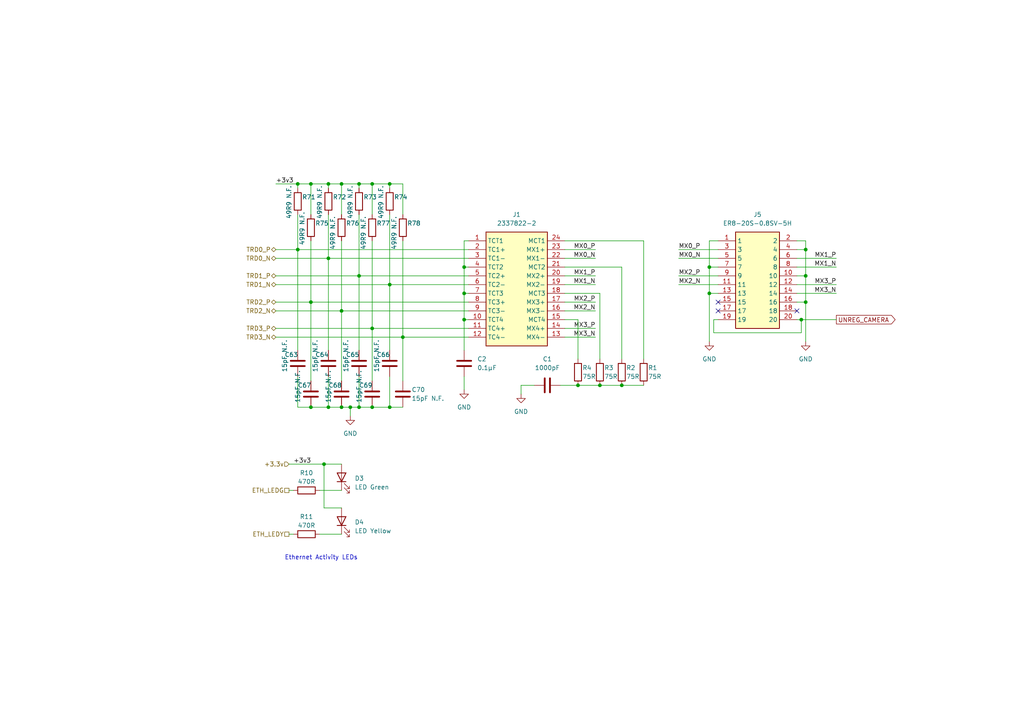
<source format=kicad_sch>
(kicad_sch (version 20230121) (generator eeschema)
  (paper "A4")
  (title_block (title "VERTECS CCB - Ethernet Implementation") (date "2024-05-28") (rev "1.3") (company "Kyushu Institute of Technology") (comment 1 "See KITSUNE CCB schematic and CM4 IO board datasheet for reference"))
  (lib_symbols
    (symbol "Device:C" (pin_numbers hide) (pin_names (offset 0.254))
      (property "Reference" "C" (at 0.635 2.54 0))
      (property "Value" "C" (at 0.635 -2.54 0))
      (symbol "C_0_1"
        (polyline (pts (xy -2.032 -0.762) (xy 2.032 -0.762)) (stroke (width 0.508)))
        (polyline (pts (xy -2.032 0.762) (xy 2.032 0.762)) (stroke (width 0.508)))
      )
      (symbol "C_1_1"
        (pin passive line (at 0 3.81 270) (length 2.794) (name "~") (number "1"))
        (pin passive line (at 0 -3.81 90) (length 2.794) (name "~") (number "2"))
      )
    )
    (symbol "Device:LED" (pin_numbers hide) (pin_names (offset 1.016) hide)
      (property "Reference" "D" (at 0 2.54 0))
      (property "Value" "LED" (at 0 -2.54 0))
      (symbol "LED_0_1"
        (polyline (pts (xy -1.27 -1.27) (xy -1.27 1.27)) (stroke (width 0.254)))
        (polyline (pts (xy -1.27 0) (xy 1.27 0)))
        (polyline (pts (xy 1.27 -1.27) (xy 1.27 1.27) (xy -1.27 0) (xy 1.27 -1.27)) (stroke (width 0.254)))
        (polyline (pts (xy -3.048 -0.762) (xy -4.572 -2.286) (xy -3.81 -2.286) (xy -4.572 -2.286) (xy -4.572 -1.524)))
        (polyline (pts (xy -1.778 -0.762) (xy -3.302 -2.286) (xy -2.54 -2.286) (xy -3.302 -2.286) (xy -3.302 -1.524)))
      )
      (symbol "LED_1_1"
        (pin passive line (at -3.81 0 0) (length 2.54) (name "K") (number "1"))
        (pin passive line (at 3.81 0 180) (length 2.54) (name "A") (number "2"))
      )
    )
    (symbol "Device:R" (pin_numbers hide) (pin_names (offset 0))
      (property "Reference" "R" (at 2.032 0 90))
      (property "Value" "R" (at 0 0 90))
      (symbol "R_0_1"
        (rectangle (start -1.016 -2.54) (end 1.016 2.54) (stroke (width 0.254)))
      )
      (symbol "R_1_1"
        (pin passive line (at 0 3.81 270) (length 1.27) (name "~") (number "1"))
        (pin passive line (at 0 -3.81 90) (length 1.27) (name "~") (number "2"))
      )
    )
    (symbol "VERTECS_CCB_Library:2337822-2"
      (property "Reference" "U4" (at 13.97 7.62 0))
      (property "Value" "2337822-2" (at 13.97 5.08 0))
      (symbol "2337822-2_1_1"
        (rectangle (start 5.08 2.54) (end 22.86 -30.48) (stroke (width 0.254)) (fill (type background)))
        (pin passive line (at 0 0 0) (length 5.08) (name "TCT1") (number "1"))
        (pin passive line (at 0 -22.86 0) (length 5.08) (name "TCT4") (number "10"))
        (pin passive line (at 0 -25.4 0) (length 5.08) (name "TC4+") (number "11"))
        (pin passive line (at 0 -27.94 0) (length 5.08) (name "TC4-") (number "12"))
        (pin passive line (at 27.94 -27.94 180) (length 5.08) (name "MX4-") (number "13"))
        (pin passive line (at 27.94 -25.4 180) (length 5.08) (name "MX4+") (number "14"))
        (pin passive line (at 27.94 -22.86 180) (length 5.08) (name "MCT4") (number "15"))
        (pin passive line (at 27.94 -20.32 180) (length 5.08) (name "MX3-") (number "16"))
        (pin passive line (at 27.94 -17.78 180) (length 5.08) (name "MX3+") (number "17"))
        (pin passive line (at 27.94 -15.24 180) (length 5.08) (name "MCT3") (number "18"))
        (pin passive line (at 27.94 -12.7 180) (length 5.08) (name "MX2-") (number "19"))
        (pin passive line (at 0 -2.54 0) (length 5.08) (name "TC1+") (number "2"))
        (pin passive line (at 27.94 -10.16 180) (length 5.08) (name "MX2+") (number "20"))
        (pin passive line (at 27.94 -7.62 180) (length 5.08) (name "MCT2") (number "21"))
        (pin passive line (at 27.94 -5.08 180) (length 5.08) (name "MX1-") (number "22"))
        (pin passive line (at 27.94 -2.54 180) (length 5.08) (name "MX1+") (number "23"))
        (pin passive line (at 27.94 0 180) (length 5.08) (name "MCT1") (number "24"))
        (pin passive line (at 0 -5.08 0) (length 5.08) (name "TC1-") (number "3"))
        (pin passive line (at 0 -7.62 0) (length 5.08) (name "TCT2") (number "4"))
        (pin passive line (at 0 -10.16 0) (length 5.08) (name "TC2+") (number "5"))
        (pin passive line (at 0 -12.7 0) (length 5.08) (name "TC2-") (number "6"))
        (pin passive line (at 0 -15.24 0) (length 5.08) (name "TCT3") (number "7"))
        (pin passive line (at 0 -17.78 0) (length 5.08) (name "TC3+") (number "8"))
        (pin passive line (at 0 -20.32 0) (length 5.08) (name "TC3-") (number "9"))
      )
    )
    (symbol "VERTECS_CCB_Library:ER8-20S-0.8SV-5H"
      (property "Reference" "J" (at 19.05 7.62 0))
      (property "Value" "ER8-20S-0.8SV-5H" (at 19.05 5.08 0))
      (symbol "ER8-20S-0.8SV-5H_1_1"
        (rectangle (start 5.08 2.54) (end 17.78 -25.4) (stroke (width 0.254)) (fill (type background)))
        (pin passive line (at 22.86 -22.86 180) (length 5.08) (name "1") (number "1"))
        (pin passive line (at 0 -12.7 0) (length 5.08) (name "10") (number "10"))
        (pin passive line (at 22.86 -10.16 180) (length 5.08) (name "11") (number "11"))
        (pin passive line (at 0 -10.16 0) (length 5.08) (name "12") (number "12"))
        (pin passive line (at 22.86 -7.62 180) (length 5.08) (name "13") (number "13"))
        (pin passive line (at 0 -7.62 0) (length 5.08) (name "14") (number "14"))
        (pin passive line (at 22.86 -5.08 180) (length 5.08) (name "15") (number "15"))
        (pin passive line (at 0 -5.08 0) (length 5.08) (name "16") (number "16"))
        (pin passive line (at 22.86 -2.54 180) (length 5.08) (name "17") (number "17"))
        (pin passive line (at 0 -2.54 0) (length 5.08) (name "18") (number "18"))
        (pin passive line (at 22.86 0 180) (length 5.08) (name "19") (number "19"))
        (pin passive line (at 0 -22.86 0) (length 5.08) (name "2") (number "2"))
        (pin passive line (at 0 0 0) (length 5.08) (name "20") (number "20"))
        (pin passive line (at 22.86 -20.32 180) (length 5.08) (name "3") (number "3"))
        (pin passive line (at 0 -20.32 0) (length 5.08) (name "4") (number "4"))
        (pin passive line (at 22.86 -17.78 180) (length 5.08) (name "5") (number "5"))
        (pin passive line (at 0 -17.78 0) (length 5.08) (name "6") (number "6"))
        (pin passive line (at 22.86 -15.24 180) (length 5.08) (name "7") (number "7"))
        (pin passive line (at 0 -15.24 0) (length 5.08) (name "8") (number "8"))
        (pin passive line (at 22.86 -12.7 180) (length 5.08) (name "9") (number "9"))
      )
    )
    (symbol "power:GND" (power) (pin_names (offset 0))
      (property "Value" "GND" (at 0 -3.81 0))
      (symbol "GND_0_1"
        (polyline (pts (xy 0 0) (xy 0 -1.27) (xy 1.27 -1.27) (xy 0 -2.54) (xy -1.27 -1.27) (xy 0 -1.27)))
      )
      (symbol "GND_1_1"
        (pin power_in line (at 0 0 270) (length 0) hide (name "GND") (number "1"))
      )
    )
  )
  (junction (at 104.14 80.01))
  (junction (at 205.74 85.09))
  (junction (at 95.25 118.11))
  (junction (at 116.84 97.79))
  (junction (at 107.95 53.34))
  (junction (at 86.36 72.39))
  (junction (at 232.41 92.71))
  (junction (at 104.14 53.34))
  (junction (at 90.17 118.11))
  (junction (at 90.17 87.63))
  (junction (at 134.62 77.47))
  (junction (at 233.68 87.63))
  (junction (at 167.64 111.76))
  (junction (at 107.95 118.11))
  (junction (at 99.06 90.17))
  (junction (at 233.68 72.39))
  (junction (at 99.06 53.34))
  (junction (at 107.95 95.25))
  (junction (at 86.36 53.34))
  (junction (at 173.99 111.76))
  (junction (at 113.03 53.34))
  (junction (at 205.74 77.47))
  (junction (at 104.14 118.11))
  (junction (at 95.25 74.93))
  (junction (at 101.6 118.11))
  (junction (at 95.25 53.34))
  (junction (at 113.03 82.55))
  (junction (at 180.34 111.76))
  (junction (at 233.68 80.01))
  (junction (at 113.03 118.11))
  (junction (at 134.62 92.71))
  (junction (at 134.62 85.09))
  (junction (at 99.06 118.11))
  (junction (at 90.17 53.34))
  (junction (at 93.98 134.62))
  (no_connect (at 231.14 90.17))
  (no_connect (at 208.28 90.17))
  (no_connect (at 208.28 87.63))
  (wire (pts (xy 99.06 118.11) (xy 101.6 118.11)))
  (wire (pts (xy 107.95 118.11) (xy 113.03 118.11)))
  (wire (pts (xy 113.03 82.55) (xy 135.89 82.55)))
  (wire (pts (xy 231.14 74.93) (xy 242.57 74.93)))
  (wire (pts (xy 173.99 111.76) (xy 180.34 111.76)))
  (wire (pts (xy 231.14 80.01) (xy 233.68 80.01)))
  (wire (pts (xy 92.71 142.24) (xy 99.06 142.24)))
  (wire (pts (xy 205.74 69.85) (xy 205.74 77.47)))
  (wire (pts (xy 196.85 80.01) (xy 208.28 80.01)))
  (wire (pts (xy 205.74 77.47) (xy 208.28 77.47)))
  (wire (pts (xy 101.6 118.11) (xy 101.6 120.65)))
  (wire (pts (xy 173.99 85.09) (xy 173.99 104.14)))
  (wire (pts (xy 207.01 96.52) (xy 232.41 96.52)))
  (wire (pts (xy 99.06 134.62) (xy 93.98 134.62)))
  (wire (pts (xy 95.25 53.34) (xy 99.06 53.34)))
  (wire (pts (xy 113.03 109.22) (xy 113.03 118.11)))
  (wire (pts (xy 107.95 53.34) (xy 113.03 53.34)))
  (wire (pts (xy 116.84 62.23) (xy 116.84 53.34)))
  (wire (pts (xy 231.14 82.55) (xy 242.57 82.55)))
  (wire (pts (xy 134.62 77.47) (xy 134.62 85.09)))
  (wire (pts (xy 231.14 69.85) (xy 233.68 69.85)))
  (wire (pts (xy 95.25 118.11) (xy 99.06 118.11)))
  (wire (pts (xy 80.01 74.93) (xy 95.25 74.93)))
  (wire (pts (xy 80.01 90.17) (xy 99.06 90.17)))
  (wire (pts (xy 167.64 111.76) (xy 173.99 111.76)))
  (wire (pts (xy 90.17 87.63) (xy 135.89 87.63)))
  (wire (pts (xy 113.03 54.61) (xy 113.03 53.34)))
  (wire (pts (xy 232.41 92.71) (xy 242.57 92.71)))
  (wire (pts (xy 116.84 97.79) (xy 116.84 110.49)))
  (wire (pts (xy 154.94 111.76) (xy 151.13 111.76)))
  (wire (pts (xy 90.17 69.85) (xy 90.17 87.63)))
  (wire (pts (xy 95.25 62.23) (xy 95.25 74.93)))
  (wire (pts (xy 107.95 53.34) (xy 107.95 62.23)))
  (wire (pts (xy 205.74 77.47) (xy 205.74 85.09)))
  (wire (pts (xy 135.89 69.85) (xy 134.62 69.85)))
  (wire (pts (xy 83.82 134.62) (xy 93.98 134.62)))
  (wire (pts (xy 134.62 92.71) (xy 134.62 101.6)))
  (wire (pts (xy 95.25 53.34) (xy 95.25 54.61)))
  (wire (pts (xy 86.36 72.39) (xy 135.89 72.39)))
  (wire (pts (xy 83.82 154.94) (xy 85.09 154.94)))
  (wire (pts (xy 196.85 74.93) (xy 208.28 74.93)))
  (wire (pts (xy 99.06 62.23) (xy 99.06 53.34)))
  (wire (pts (xy 99.06 90.17) (xy 135.89 90.17)))
  (wire (pts (xy 207.01 92.71) (xy 207.01 96.52)))
  (wire (pts (xy 231.14 85.09) (xy 242.57 85.09)))
  (wire (pts (xy 101.6 118.11) (xy 104.14 118.11)))
  (wire (pts (xy 231.14 87.63) (xy 233.68 87.63)))
  (wire (pts (xy 113.03 82.55) (xy 113.03 101.6)))
  (wire (pts (xy 107.95 95.25) (xy 107.95 110.49)))
  (wire (pts (xy 163.83 92.71) (xy 167.64 92.71)))
  (wire (pts (xy 231.14 77.47) (xy 242.57 77.47)))
  (wire (pts (xy 80.01 82.55) (xy 113.03 82.55)))
  (wire (pts (xy 80.01 95.25) (xy 107.95 95.25)))
  (wire (pts (xy 107.95 95.25) (xy 135.89 95.25)))
  (wire (pts (xy 205.74 69.85) (xy 208.28 69.85)))
  (wire (pts (xy 104.14 62.23) (xy 104.14 80.01)))
  (wire (pts (xy 162.56 111.76) (xy 167.64 111.76)))
  (wire (pts (xy 232.41 92.71) (xy 231.14 92.71)))
  (wire (pts (xy 95.25 109.22) (xy 95.25 118.11)))
  (wire (pts (xy 167.64 92.71) (xy 167.64 104.14)))
  (wire (pts (xy 163.83 80.01) (xy 172.72 80.01)))
  (wire (pts (xy 134.62 85.09) (xy 134.62 92.71)))
  (wire (pts (xy 86.36 72.39) (xy 86.36 101.6)))
  (wire (pts (xy 99.06 53.34) (xy 104.14 53.34)))
  (wire (pts (xy 86.36 53.34) (xy 86.36 54.61)))
  (wire (pts (xy 104.14 80.01) (xy 135.89 80.01)))
  (wire (pts (xy 163.83 69.85) (xy 186.69 69.85)))
  (wire (pts (xy 163.83 77.47) (xy 180.34 77.47)))
  (wire (pts (xy 205.74 85.09) (xy 205.74 99.06)))
  (wire (pts (xy 116.84 53.34) (xy 113.03 53.34)))
  (wire (pts (xy 163.83 90.17) (xy 172.72 90.17)))
  (wire (pts (xy 163.83 97.79) (xy 172.72 97.79)))
  (wire (pts (xy 90.17 53.34) (xy 95.25 53.34)))
  (wire (pts (xy 233.68 87.63) (xy 233.68 99.06)))
  (wire (pts (xy 163.83 74.93) (xy 172.72 74.93)))
  (wire (pts (xy 163.83 85.09) (xy 173.99 85.09)))
  (wire (pts (xy 104.14 109.22) (xy 104.14 118.11)))
  (wire (pts (xy 233.68 80.01) (xy 233.68 87.63)))
  (wire (pts (xy 116.84 69.85) (xy 116.84 97.79)))
  (wire (pts (xy 113.03 118.11) (xy 116.84 118.11)))
  (wire (pts (xy 93.98 147.32) (xy 99.06 147.32)))
  (wire (pts (xy 233.68 69.85) (xy 233.68 72.39)))
  (wire (pts (xy 104.14 80.01) (xy 104.14 101.6)))
  (wire (pts (xy 86.36 53.34) (xy 90.17 53.34)))
  (wire (pts (xy 86.36 118.11) (xy 90.17 118.11)))
  (wire (pts (xy 163.83 72.39) (xy 172.72 72.39)))
  (wire (pts (xy 135.89 92.71) (xy 134.62 92.71)))
  (wire (pts (xy 80.01 72.39) (xy 86.36 72.39)))
  (wire (pts (xy 163.83 82.55) (xy 172.72 82.55)))
  (wire (pts (xy 163.83 95.25) (xy 172.72 95.25)))
  (wire (pts (xy 104.14 53.34) (xy 107.95 53.34)))
  (wire (pts (xy 80.01 97.79) (xy 116.84 97.79)))
  (wire (pts (xy 208.28 92.71) (xy 207.01 92.71)))
  (wire (pts (xy 135.89 85.09) (xy 134.62 85.09)))
  (wire (pts (xy 107.95 69.85) (xy 107.95 95.25)))
  (wire (pts (xy 186.69 69.85) (xy 186.69 104.14)))
  (wire (pts (xy 180.34 111.76) (xy 186.69 111.76)))
  (wire (pts (xy 180.34 77.47) (xy 180.34 104.14)))
  (wire (pts (xy 92.71 154.94) (xy 99.06 154.94)))
  (wire (pts (xy 86.36 109.22) (xy 86.36 118.11)))
  (wire (pts (xy 95.25 74.93) (xy 135.89 74.93)))
  (wire (pts (xy 104.14 118.11) (xy 107.95 118.11)))
  (wire (pts (xy 90.17 118.11) (xy 95.25 118.11)))
  (wire (pts (xy 205.74 85.09) (xy 208.28 85.09)))
  (wire (pts (xy 232.41 96.52) (xy 232.41 92.71)))
  (wire (pts (xy 86.36 62.23) (xy 86.36 72.39)))
  (wire (pts (xy 99.06 69.85) (xy 99.06 90.17)))
  (wire (pts (xy 196.85 72.39) (xy 208.28 72.39)))
  (wire (pts (xy 116.84 97.79) (xy 135.89 97.79)))
  (wire (pts (xy 134.62 109.22) (xy 134.62 113.03)))
  (wire (pts (xy 104.14 53.34) (xy 104.14 54.61)))
  (wire (pts (xy 113.03 62.23) (xy 113.03 82.55)))
  (wire (pts (xy 90.17 87.63) (xy 90.17 110.49)))
  (wire (pts (xy 83.82 142.24) (xy 85.09 142.24)))
  (wire (pts (xy 134.62 77.47) (xy 135.89 77.47)))
  (wire (pts (xy 134.62 69.85) (xy 134.62 77.47)))
  (wire (pts (xy 151.13 111.76) (xy 151.13 114.3)))
  (wire (pts (xy 80.01 87.63) (xy 90.17 87.63)))
  (wire (pts (xy 231.14 72.39) (xy 233.68 72.39)))
  (wire (pts (xy 233.68 72.39) (xy 233.68 80.01)))
  (wire (pts (xy 90.17 53.34) (xy 90.17 62.23)))
  (wire (pts (xy 95.25 74.93) (xy 95.25 101.6)))
  (wire (pts (xy 93.98 134.62) (xy 93.98 147.32)))
  (wire (pts (xy 99.06 90.17) (xy 99.06 110.49)))
  (wire (pts (xy 163.83 87.63) (xy 172.72 87.63)))
  (wire (pts (xy 80.01 80.01) (xy 104.14 80.01)))
  (wire (pts (xy 196.85 82.55) (xy 208.28 82.55)))
  (wire (pts (xy 80.01 53.34) (xy 86.36 53.34)))
  (text "Ethernet Activity LEDs" (at 82.55 162.56 0) (effects (font (size 1.27 1.27)) (justify left bottom)))
  (label "MX2_P" (at 172.72 87.63 180))
  (label "MX1_N" (at 172.72 82.55 180))
  (label "MX1_P" (at 172.72 80.01 180))
  (label "MX0_N" (at 172.72 74.93 180))
  (label "MX2_P" (at 196.85 80.01 0))
  (label "MX2_N" (at 172.72 90.17 180))
  (label "+3v3" (at 85.09 134.62 0))
  (label "MX3_N" (at 242.57 85.09 180))
  (label "MX1_N" (at 242.57 77.47 180))
  (label "MX1_P" (at 242.57 74.93 180))
  (label "MX3_N" (at 172.72 97.79 180))
  (label "MX3_P" (at 172.72 95.25 180))
  (label "MX2_N" (at 196.85 82.55 0))
  (label "MX3_P" (at 242.57 82.55 180))
  (label "MX0_N" (at 196.85 74.93 0))
  (label "MX0_P" (at 172.72 72.39 180))
  (label "MX0_P" (at 196.85 72.39 0))
  (label "+3v3" (at 80.01 53.34 0))
  (global_label "UNREG_CAMERA" (shape output) (at 242.57 92.71 0) (property "Intersheetrefs" "${INTERSHEET_REFS}" (effects hide)))
  (hierarchical_label "TRD3_P" (shape bidirectional) (at 80.01 95.25 180))
  (hierarchical_label "TRD2_P" (shape bidirectional) (at 80.01 87.63 180))
  (hierarchical_label "TRD2_N" (shape bidirectional) (at 80.01 90.17 180))
  (hierarchical_label "ETH_LEDY" (shape passive) (at 83.82 154.94 180))
  (hierarchical_label "TRD1_N" (shape bidirectional) (at 80.01 82.55 180))
  (hierarchical_label "TRD0_N" (shape bidirectional) (at 80.01 74.93 180))
  (hierarchical_label "ETH_LEDG" (shape passive) (at 83.82 142.24 180))
  (hierarchical_label "TRD1_P" (shape bidirectional) (at 80.01 80.01 180))
  (hierarchical_label "+3.3v" (shape input) (at 83.82 134.62 180))
  (hierarchical_label "TRD3_N" (shape bidirectional) (at 80.01 97.79 180))
  (hierarchical_label "TRD0_P" (shape bidirectional) (at 80.01 72.39 180))
  (symbol (lib_id "Device:R") (at 86.36 58.42 0) (unit 1)
    (property "Reference" "R71" (at 87.63 57.15 0) (effects (justify left)))
    (property "Value" "49R9 N.F." (at 83.82 63.5 90) (effects (justify left)))
    (property "Footprint" "Resistor_SMD:R_0402_1005Metric" (effects hide))
  )
  (symbol (lib_id "Device:C") (at 86.36 105.41 0) (unit 1)
    (property "Reference" "C63" (at 82.55 102.87 0) (effects (justify left)))
    (property "Value" "15pF N.F." (at 82.55 107.95 90) (effects (justify left)))
    (property "Footprint" "Resistor_SMD:R_0402_1005Metric" (effects hide))
  )
  (symbol (lib_id "Device:C") (at 113.03 105.41 0) (unit 1)
    (property "Reference" "C66" (at 109.22 102.87 0) (effects (justify left)))
    (property "Value" "15pF N.F." (at 109.22 107.95 90) (effects (justify left)))
    (property "Footprint" "Resistor_SMD:R_0402_1005Metric" (effects hide))
  )
  (symbol (lib_id "Device:R") (at 116.84 66.04 0) (unit 1)
    (property "Reference" "R78" (at 118.11 64.77 0) (effects (justify left)))
    (property "Value" "49R9 N.F." (at 114.3 72.39 90) (effects (justify left)))
    (property "Footprint" "Resistor_SMD:R_0402_1005Metric" (effects hide))
  )
  (symbol (lib_id "Device:R") (at 99.06 66.04 0) (unit 1)
    (property "Reference" "R76" (at 100.33 64.77 0) (effects (justify left)))
    (property "Value" "49R9 N.F." (at 96.52 72.39 90) (effects (justify left)))
    (property "Footprint" "Resistor_SMD:R_0402_1005Metric" (effects hide))
  )
  (symbol (lib_id "Device:C") (at 104.14 105.41 0) (unit 1)
    (property "Reference" "C65" (at 100.33 102.87 0) (effects (justify left)))
    (property "Value" "15pF N.F." (at 100.33 107.95 90) (effects (justify left)))
    (property "Footprint" "Resistor_SMD:R_0402_1005Metric" (effects hide))
  )
  (symbol (lib_id "power:GND") (at 151.13 114.3 0) (unit 1)
    (property "Reference" "#PWR02" (effects hide))
    (property "Value" "GND" (at 151.13 119.38 0))
    (instances (project "VERTECS_CCB_A" (path "" (reference "#PWR02") (unit 1)) (path "" (reference "#PWR014") (unit 1))))
  )
  (symbol (lib_id "Device:R") (at 186.69 107.95 0) (unit 1)
    (property "Reference" "R1" (at 187.96 106.68 0) (effects (justify left)))
    (property "Value" "75R" (at 187.96 109.22 0) (effects (justify left)))
    (property "Footprint" "Resistor_SMD:R_0402_1005Metric" (effects hide))
    (property "Manufacturer_Name" "KOA" (effects hide))
    (property "Manufacturer_Part_Number" "RK73H1ETTP75R0F" (effects hide))
    (instances (project "VERTECS_CCB_A" (path "" (reference "R1") (unit 1)) (path "" (reference "R9") (unit 1))))
  )
  (symbol (lib_id "Device:R") (at 95.25 58.42 0) (unit 1)
    (property "Reference" "R72" (at 96.52 57.15 0) (effects (justify left)))
    (property "Value" "49R9 N.F." (at 92.71 63.5 90) (effects (justify left)))
    (property "Footprint" "Resistor_SMD:R_0402_1005Metric" (effects hide))
  )
  (symbol (lib_id "Device:C") (at 90.17 114.3 0) (unit 1)
    (property "Reference" "C67" (at 86.36 111.76 0) (effects (justify left)))
    (property "Value" "15pF N.F." (at 86.36 116.84 90) (effects (justify left)))
    (property "Footprint" "Resistor_SMD:R_0402_1005Metric" (effects hide))
  )
  (symbol (lib_id "Device:C") (at 134.62 105.41 0) (unit 1)
    (property "Reference" "C2" (at 138.43 104.14 0) (effects (justify left)))
    (property "Value" "0.1µF" (at 138.43 106.68 0) (effects (justify left)))
    (property "Footprint" "Resistor_SMD:R_0402_1005Metric" (effects hide))
    (property "Manufacturer_Name" "MURATA" (effects hide))
    (property "Manufacturer_Part_Number" "GRM155B11A104K" (effects hide))
    (instances (project "VERTECS_CCB_A" (path "" (reference "C2") (unit 1)) (path "" (reference "C1") (unit 1))))
  )
  (symbol (lib_id "power:GND") (at 101.6 120.65 0) (unit 1)
    (property "Reference" "#PWR0111" (effects hide))
    (property "Value" "GND" (at 101.6 125.73 0))
  )
  (symbol (lib_id "Device:C") (at 158.75 111.76 90) (unit 1)
    (property "Reference" "C1" (at 158.75 104.14 90))
    (property "Value" "1000pF" (at 158.75 106.68 90))
    (property "Footprint" "Resistor_SMD:R_0402_1005Metric" (effects hide))
    (property "Manufacturer_Name" "MURATA" (effects hide))
    (property "Manufacturer_Part_Number" "GRM1552C1H102J" (effects hide))
    (instances (project "VERTECS_CCB_A" (path "" (reference "C1") (unit 1)) (path "" (reference "C2") (unit 1))))
  )
  (symbol (lib_id "Device:R") (at 90.17 66.04 0) (unit 1)
    (property "Reference" "R75" (at 91.44 64.77 0) (effects (justify left)))
    (property "Value" "49R9 N.F." (at 87.63 71.12 90) (effects (justify left)))
    (property "Footprint" "Resistor_SMD:R_0402_1005Metric" (effects hide))
  )
  (symbol (lib_id "Device:C") (at 95.25 105.41 0) (unit 1)
    (property "Reference" "C64" (at 91.44 102.87 0) (effects (justify left)))
    (property "Value" "15pF N.F." (at 91.44 107.95 90) (effects (justify left)))
    (property "Footprint" "Resistor_SMD:R_0402_1005Metric" (effects hide))
  )
  (symbol (lib_id "Device:R") (at 173.99 107.95 0) (unit 1)
    (property "Reference" "R3" (at 175.26 106.68 0) (effects (justify left)))
    (property "Value" "75R" (at 175.26 109.22 0) (effects (justify left)))
    (property "Footprint" "Resistor_SMD:R_0402_1005Metric" (effects hide))
    (property "Manufacturer_Name" "KOA" (effects hide))
    (property "Manufacturer_Part_Number" "RK73H1ETTP75R0F" (effects hide))
    (instances (project "VERTECS_CCB_A" (path "" (reference "R3") (unit 1)) (path "" (reference "R7") (unit 1))))
  )
  (symbol (lib_id "VERTECS_CCB_Library:ER8-20S-0.8SV-5H") (at 231.14 92.71 180) (unit 1)
    (property "Reference" "J5" (at 219.71 62.23 0))
    (property "Value" "ER8-20S-0.8SV-5H" (at 219.71 64.77 0))
    (property "Footprint" "VERTECS_CCB_Library:ER820S08SV5H" (effects hide))
    (property "Datasheet" "https://www.hirose.com/product/document?clcode=CL0625-0014-0-00&productname=ER8-20S-0.8SV-5H&series=ER8&documenttype=2DDrawing&lang=en&documentid=0001191793" (effects hide))
    (property "Height" "5.335" (effects hide))
    (property "Mouser Part Number" "798-ER8-20S-0.8SV-5H" (effects hide))
    (property "Mouser Price/Stock" "https://www.mouser.co.uk/ProductDetail/Hirose-Connector/ER8-20S-0.8SV-5H?qs=gt1LBUVyoHmlKiyfTbJ7sg%3D%3D" (effects hide))
    (property "Manufacturer_Name" "Hirose" (effects hide))
    (property "Manufacturer_Part_Number" "ER8-20S-0.8SV-5H" (effects hide))
  )
  (symbol (lib_id "power:GND") (at 205.74 99.06 0) (unit 1)
    (property "Reference" "#PWR03" (effects hide))
    (property "Value" "GND" (at 205.74 104.14 0))
  )
  (symbol (lib_id "Device:C") (at 107.95 114.3 0) (unit 1)
    (property "Reference" "C69" (at 104.14 111.76 0) (effects (justify left)))
    (property "Value" "15pF N.F." (at 104.14 116.84 90) (effects (justify left)))
    (property "Footprint" "Resistor_SMD:R_0402_1005Metric" (effects hide))
  )
  (symbol (lib_id "Device:C") (at 116.84 114.3 0) (unit 1)
    (property "Reference" "C70" (at 119.38 113.03 0) (effects (justify left)))
    (property "Value" "15pF N.F." (at 119.38 115.57 0) (effects (justify left)))
    (property "Footprint" "Resistor_SMD:R_0402_1005Metric" (effects hide))
  )
  (symbol (lib_id "Device:R") (at 104.14 58.42 0) (unit 1)
    (property "Reference" "R73" (at 105.41 57.15 0) (effects (justify left)))
    (property "Value" "49R9 N.F." (at 101.6 63.5 90) (effects (justify left)))
    (property "Footprint" "Resistor_SMD:R_0402_1005Metric" (effects hide))
  )
  (symbol (lib_id "power:GND") (at 134.62 113.03 0) (unit 1)
    (property "Reference" "#PWR03" (effects hide))
    (property "Value" "GND" (at 134.62 118.11 0))
    (instances (project "VERTECS_CCB_A" (path "" (reference "#PWR03") (unit 1)) (path "" (reference "#PWR013") (unit 1))))
  )
  (symbol (lib_id "Device:R") (at 88.9 154.94 90) (unit 1)
    (property "Reference" "R11" (at 88.9 149.86 90))
    (property "Value" "470R" (at 88.9 152.4 90))
    (property "Footprint" "Resistor_SMD:R_0402_1005Metric" (effects hide))
    (property "Manufacturer_Name" "KOA" (effects hide))
    (property "Manufacturer_Part_Number" "RK73H1ETTP4700F" (effects hide))
  )
  (symbol (lib_id "VERTECS_CCB_Library:2337822-2") (at 135.89 69.85 0) (unit 1)
    (property "Reference" "J1" (at 149.86 62.23 0))
    (property "Value" "2337822-2" (at 149.86 64.77 0))
    (property "Footprint" "VERTECS_CCB_Library:23378222" (effects hide))
    (property "Datasheet" "https://www.te.com/commerce/DocumentDelivery/DDEController?Action=showdoc&DocId=Customer+Drawing%7F2337822-2%7FA2%7Fpdf%7FEnglish%7FENG_CD_2337822-2_A2.pdf%7F2337822-2" (effects hide))
    (property "Height" "7.44" (effects hide))
    (property "Mouser Part Number" "571-2337822-2" (effects hide))
    (property "Mouser Price/Stock" "https://www.mouser.co.uk/ProductDetail/TE-Connectivity/2337822-2?qs=PzGy0jfpSMsMJv1HRoAn9g%3D%3D" (effects hide))
    (property "Manufacturer_Name" "TE Connectivity" (effects hide))
    (property "Manufacturer_Part_Number" "2337822-2" (effects hide))
    (instances (project "VERTECS_CCB_A" (path "" (reference "J1") (unit 1)) (path "" (reference "U2") (unit 1))))
  )
  (symbol (lib_id "Device:R") (at 88.9 142.24 90) (unit 1)
    (property "Reference" "R10" (at 88.9 137.16 90))
    (property "Value" "470R" (at 88.9 139.7 90))
    (property "Footprint" "Resistor_SMD:R_0402_1005Metric" (effects hide))
    (property "Manufacturer_Name" "KOA" (effects hide))
    (property "Manufacturer_Part_Number" "RK73H1ETTP4700F" (effects hide))
  )
  (symbol (lib_id "Device:LED") (at 99.06 151.13 90) (unit 1)
    (property "Reference" "D4" (at 102.87 151.4475 90) (effects (justify right)))
    (property "Value" "LED Yellow" (at 102.87 153.9875 90) (effects (justify right)))
    (property "Footprint" "LED_SMD:LED_0805_2012Metric" (effects hide))
    (property "Datasheet" "https://www.mouser.com/datasheet/2/423/VCC_02132023_CMD17_21_Datasheet_Rev7__1_-3104176.pdf" (effects hide))
    (property "Manufacturer_Name" "VCC" (effects hide))
    (property "Manufacturer_Part_Number" "CMD17-21VYD/TR8" (effects hide))
    (property "Mouser Part Number" "606-CMD17-21VYD/TR8" (effects hide))
    (property "Mouser Price/Stock" "https://www.mouser.com/ProductDetail/VCC/CMD17-21VYD-TR8?qs=rmKzSijf6EZNZbtg%252Bu3ANA%3D%3D" (effects hide))
  )
  (symbol (lib_id "power:GND") (at 233.68 99.06 0) (unit 1)
    (property "Reference" "#PWR012" (effects hide))
    (property "Value" "GND" (at 233.68 104.14 0))
  )
  (symbol (lib_id "Device:C") (at 99.06 114.3 0) (unit 1)
    (property "Reference" "C68" (at 95.25 111.76 0) (effects (justify left)))
    (property "Value" "15pF N.F." (at 95.25 116.84 90) (effects (justify left)))
    (property "Footprint" "Resistor_SMD:R_0402_1005Metric" (effects hide))
  )
  (symbol (lib_id "Device:LED") (at 99.06 138.43 90) (unit 1)
    (property "Reference" "D3" (at 102.87 138.7475 90) (effects (justify right)))
    (property "Value" "LED Green" (at 102.87 141.2875 90) (effects (justify right)))
    (property "Footprint" "LED_SMD:LED_0805_2012Metric" (effects hide))
    (property "Datasheet" "https://www.mouser.com/datasheet/2/423/VCC_05232022_CMD17_21VGD_TR8_Datasheet_Rev10-2944628.pdf" (effects hide))
    (property "Manufacturer_Name" "VCC" (effects hide))
    (property "Manufacturer_Part_Number" "CMD17-21VGD/TR8" (effects hide))
    (property "Mouser Part Number" "606-CMD17-21VGD" (effects hide))
    (property "Mouser Price/Stock" "https://www.mouser.com/ProductDetail/VCC/CMD17-21VGD-TR8?qs=QPnOXzBHpPCa1LUnp2TcbQ%3D%3D" (effects hide))
  )
  (symbol (lib_id "Device:R") (at 167.64 107.95 0) (unit 1)
    (property "Reference" "R4" (at 168.91 106.68 0) (effects (justify left)))
    (property "Value" "75R" (at 168.91 109.22 0) (effects (justify left)))
    (property "Footprint" "Resistor_SMD:R_0402_1005Metric" (effects hide))
    (property "Manufacturer_Name" "KOA" (effects hide))
    (property "Manufacturer_Part_Number" "RK73H1ETTP75R0F" (effects hide))
    (instances (project "VERTECS_CCB_A" (path "" (reference "R4") (unit 1)) (path "" (reference "R6") (unit 1))))
  )
  (symbol (lib_id "Device:R") (at 180.34 107.95 0) (unit 1)
    (property "Reference" "R2" (at 181.61 106.68 0) (effects (justify left)))
    (property "Value" "75R" (at 181.61 109.22 0) (effects (justify left)))
    (property "Footprint" "Resistor_SMD:R_0402_1005Metric" (effects hide))
    (property "Manufacturer_Name" "KOA" (effects hide))
    (property "Manufacturer_Part_Number" "RK73H1ETTP75R0F" (effects hide))
    (instances (project "VERTECS_CCB_A" (path "" (reference "R2") (unit 1)) (path "" (reference "R8") (unit 1))))
  )
  (symbol (lib_id "Device:R") (at 113.03 58.42 0) (unit 1)
    (property "Reference" "R74" (at 114.3 57.15 0) (effects (justify left)))
    (property "Value" "49R9 N.F." (at 110.49 63.5 90) (effects (justify left)))
    (property "Footprint" "Resistor_SMD:R_0402_1005Metric" (effects hide))
  )
  (symbol (lib_id "Device:R") (at 107.95 66.04 0) (unit 1)
    (property "Reference" "R77" (at 109.22 64.77 0) (effects (justify left)))
    (property "Value" "49R9 N.F." (at 105.41 72.39 90) (effects (justify left)))
    (property "Footprint" "Resistor_SMD:R_0402_1005Metric" (effects hide))
  )
)
</source>
